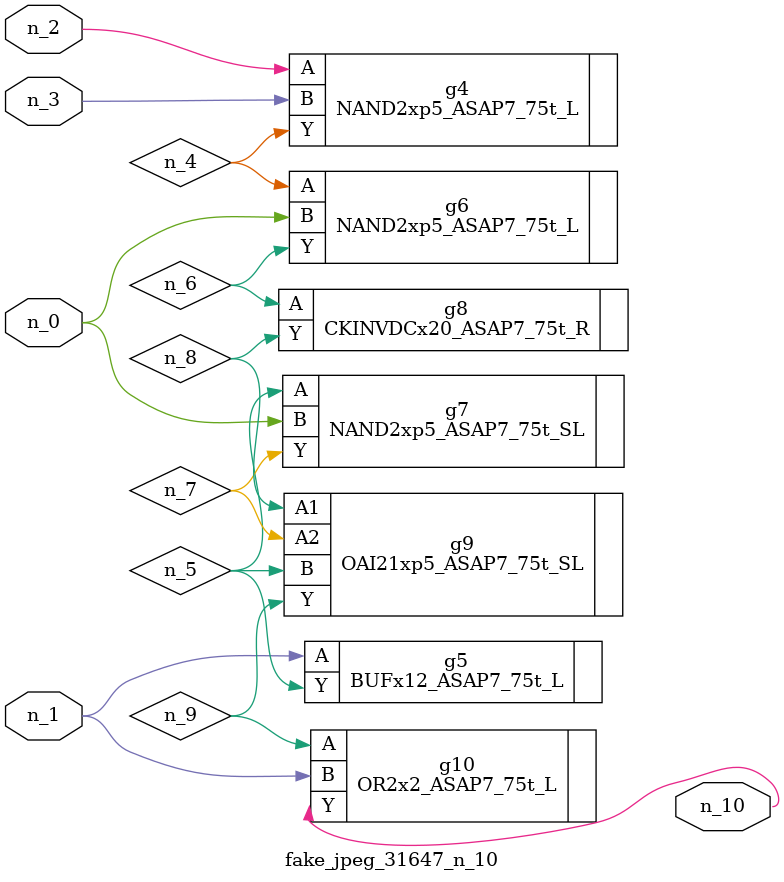
<source format=v>
module fake_jpeg_31647_n_10 (n_0, n_3, n_2, n_1, n_10);

input n_0;
input n_3;
input n_2;
input n_1;

output n_10;

wire n_4;
wire n_8;
wire n_9;
wire n_6;
wire n_5;
wire n_7;

NAND2xp5_ASAP7_75t_L g4 ( 
.A(n_2),
.B(n_3),
.Y(n_4)
);

BUFx12_ASAP7_75t_L g5 ( 
.A(n_1),
.Y(n_5)
);

NAND2xp5_ASAP7_75t_L g6 ( 
.A(n_4),
.B(n_0),
.Y(n_6)
);

CKINVDCx20_ASAP7_75t_R g8 ( 
.A(n_6),
.Y(n_8)
);

NAND2xp5_ASAP7_75t_SL g7 ( 
.A(n_5),
.B(n_0),
.Y(n_7)
);

OAI21xp5_ASAP7_75t_SL g9 ( 
.A1(n_8),
.A2(n_7),
.B(n_5),
.Y(n_9)
);

OR2x2_ASAP7_75t_L g10 ( 
.A(n_9),
.B(n_1),
.Y(n_10)
);


endmodule
</source>
